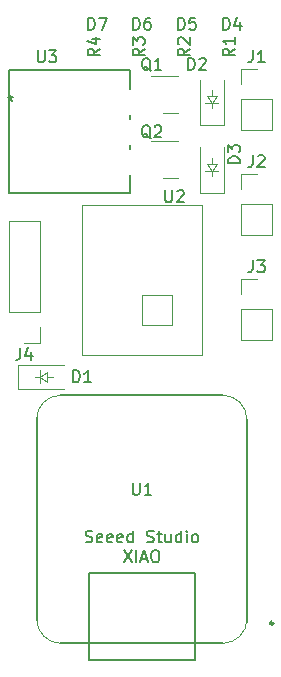
<source format=gbr>
%TF.GenerationSoftware,KiCad,Pcbnew,7.0.9*%
%TF.CreationDate,2025-03-23T18:33:54-04:00*%
%TF.ProjectId,Compact_Control,436f6d70-6163-4745-9f43-6f6e74726f6c,rev?*%
%TF.SameCoordinates,Original*%
%TF.FileFunction,Legend,Top*%
%TF.FilePolarity,Positive*%
%FSLAX46Y46*%
G04 Gerber Fmt 4.6, Leading zero omitted, Abs format (unit mm)*
G04 Created by KiCad (PCBNEW 7.0.9) date 2025-03-23 18:33:54*
%MOMM*%
%LPD*%
G01*
G04 APERTURE LIST*
%ADD10C,0.150000*%
%ADD11C,0.152400*%
%ADD12C,0.127000*%
%ADD13C,0.120000*%
%ADD14C,0.254000*%
%ADD15C,0.025400*%
%ADD16C,0.100000*%
G04 APERTURE END LIST*
D10*
X3683095Y-4534819D02*
X3683095Y-5344342D01*
X3683095Y-5344342D02*
X3730714Y-5439580D01*
X3730714Y-5439580D02*
X3778333Y-5487200D01*
X3778333Y-5487200D02*
X3873571Y-5534819D01*
X3873571Y-5534819D02*
X4064047Y-5534819D01*
X4064047Y-5534819D02*
X4159285Y-5487200D01*
X4159285Y-5487200D02*
X4206904Y-5439580D01*
X4206904Y-5439580D02*
X4254523Y-5344342D01*
X4254523Y-5344342D02*
X4254523Y-4534819D01*
X4635476Y-4534819D02*
X5254523Y-4534819D01*
X5254523Y-4534819D02*
X4921190Y-4915771D01*
X4921190Y-4915771D02*
X5064047Y-4915771D01*
X5064047Y-4915771D02*
X5159285Y-4963390D01*
X5159285Y-4963390D02*
X5206904Y-5011009D01*
X5206904Y-5011009D02*
X5254523Y-5106247D01*
X5254523Y-5106247D02*
X5254523Y-5344342D01*
X5254523Y-5344342D02*
X5206904Y-5439580D01*
X5206904Y-5439580D02*
X5159285Y-5487200D01*
X5159285Y-5487200D02*
X5064047Y-5534819D01*
X5064047Y-5534819D02*
X4778333Y-5534819D01*
X4778333Y-5534819D02*
X4683095Y-5487200D01*
X4683095Y-5487200D02*
X4635476Y-5439580D01*
X1365250Y-8344819D02*
X1365250Y-8582914D01*
X1127155Y-8487676D02*
X1365250Y-8582914D01*
X1365250Y-8582914D02*
X1603345Y-8487676D01*
X1222393Y-8773390D02*
X1365250Y-8582914D01*
X1365250Y-8582914D02*
X1508107Y-8773390D01*
X1365250Y-8344819D02*
X1365250Y-8582914D01*
X1127155Y-8487676D02*
X1365250Y-8582914D01*
X1365250Y-8582914D02*
X1603345Y-8487676D01*
X1222393Y-8773390D02*
X1365250Y-8582914D01*
X1365250Y-8582914D02*
X1508107Y-8773390D01*
X11730833Y-41141779D02*
X11730833Y-41951302D01*
X11730833Y-41951302D02*
X11778452Y-42046540D01*
X11778452Y-42046540D02*
X11826071Y-42094160D01*
X11826071Y-42094160D02*
X11921309Y-42141779D01*
X11921309Y-42141779D02*
X12111785Y-42141779D01*
X12111785Y-42141779D02*
X12207023Y-42094160D01*
X12207023Y-42094160D02*
X12254642Y-42046540D01*
X12254642Y-42046540D02*
X12302261Y-41951302D01*
X12302261Y-41951302D02*
X12302261Y-41141779D01*
X13302261Y-42141779D02*
X12730833Y-42141779D01*
X13016547Y-42141779D02*
X13016547Y-41141779D01*
X13016547Y-41141779D02*
X12921309Y-41284636D01*
X12921309Y-41284636D02*
X12826071Y-41379874D01*
X12826071Y-41379874D02*
X12730833Y-41427493D01*
X7730833Y-46134160D02*
X7873690Y-46181779D01*
X7873690Y-46181779D02*
X8111785Y-46181779D01*
X8111785Y-46181779D02*
X8207023Y-46134160D01*
X8207023Y-46134160D02*
X8254642Y-46086540D01*
X8254642Y-46086540D02*
X8302261Y-45991302D01*
X8302261Y-45991302D02*
X8302261Y-45896064D01*
X8302261Y-45896064D02*
X8254642Y-45800826D01*
X8254642Y-45800826D02*
X8207023Y-45753207D01*
X8207023Y-45753207D02*
X8111785Y-45705588D01*
X8111785Y-45705588D02*
X7921309Y-45657969D01*
X7921309Y-45657969D02*
X7826071Y-45610350D01*
X7826071Y-45610350D02*
X7778452Y-45562731D01*
X7778452Y-45562731D02*
X7730833Y-45467493D01*
X7730833Y-45467493D02*
X7730833Y-45372255D01*
X7730833Y-45372255D02*
X7778452Y-45277017D01*
X7778452Y-45277017D02*
X7826071Y-45229398D01*
X7826071Y-45229398D02*
X7921309Y-45181779D01*
X7921309Y-45181779D02*
X8159404Y-45181779D01*
X8159404Y-45181779D02*
X8302261Y-45229398D01*
X9111785Y-46134160D02*
X9016547Y-46181779D01*
X9016547Y-46181779D02*
X8826071Y-46181779D01*
X8826071Y-46181779D02*
X8730833Y-46134160D01*
X8730833Y-46134160D02*
X8683214Y-46038921D01*
X8683214Y-46038921D02*
X8683214Y-45657969D01*
X8683214Y-45657969D02*
X8730833Y-45562731D01*
X8730833Y-45562731D02*
X8826071Y-45515112D01*
X8826071Y-45515112D02*
X9016547Y-45515112D01*
X9016547Y-45515112D02*
X9111785Y-45562731D01*
X9111785Y-45562731D02*
X9159404Y-45657969D01*
X9159404Y-45657969D02*
X9159404Y-45753207D01*
X9159404Y-45753207D02*
X8683214Y-45848445D01*
X9968928Y-46134160D02*
X9873690Y-46181779D01*
X9873690Y-46181779D02*
X9683214Y-46181779D01*
X9683214Y-46181779D02*
X9587976Y-46134160D01*
X9587976Y-46134160D02*
X9540357Y-46038921D01*
X9540357Y-46038921D02*
X9540357Y-45657969D01*
X9540357Y-45657969D02*
X9587976Y-45562731D01*
X9587976Y-45562731D02*
X9683214Y-45515112D01*
X9683214Y-45515112D02*
X9873690Y-45515112D01*
X9873690Y-45515112D02*
X9968928Y-45562731D01*
X9968928Y-45562731D02*
X10016547Y-45657969D01*
X10016547Y-45657969D02*
X10016547Y-45753207D01*
X10016547Y-45753207D02*
X9540357Y-45848445D01*
X10826071Y-46134160D02*
X10730833Y-46181779D01*
X10730833Y-46181779D02*
X10540357Y-46181779D01*
X10540357Y-46181779D02*
X10445119Y-46134160D01*
X10445119Y-46134160D02*
X10397500Y-46038921D01*
X10397500Y-46038921D02*
X10397500Y-45657969D01*
X10397500Y-45657969D02*
X10445119Y-45562731D01*
X10445119Y-45562731D02*
X10540357Y-45515112D01*
X10540357Y-45515112D02*
X10730833Y-45515112D01*
X10730833Y-45515112D02*
X10826071Y-45562731D01*
X10826071Y-45562731D02*
X10873690Y-45657969D01*
X10873690Y-45657969D02*
X10873690Y-45753207D01*
X10873690Y-45753207D02*
X10397500Y-45848445D01*
X11730833Y-46181779D02*
X11730833Y-45181779D01*
X11730833Y-46134160D02*
X11635595Y-46181779D01*
X11635595Y-46181779D02*
X11445119Y-46181779D01*
X11445119Y-46181779D02*
X11349881Y-46134160D01*
X11349881Y-46134160D02*
X11302262Y-46086540D01*
X11302262Y-46086540D02*
X11254643Y-45991302D01*
X11254643Y-45991302D02*
X11254643Y-45705588D01*
X11254643Y-45705588D02*
X11302262Y-45610350D01*
X11302262Y-45610350D02*
X11349881Y-45562731D01*
X11349881Y-45562731D02*
X11445119Y-45515112D01*
X11445119Y-45515112D02*
X11635595Y-45515112D01*
X11635595Y-45515112D02*
X11730833Y-45562731D01*
X12921310Y-46134160D02*
X13064167Y-46181779D01*
X13064167Y-46181779D02*
X13302262Y-46181779D01*
X13302262Y-46181779D02*
X13397500Y-46134160D01*
X13397500Y-46134160D02*
X13445119Y-46086540D01*
X13445119Y-46086540D02*
X13492738Y-45991302D01*
X13492738Y-45991302D02*
X13492738Y-45896064D01*
X13492738Y-45896064D02*
X13445119Y-45800826D01*
X13445119Y-45800826D02*
X13397500Y-45753207D01*
X13397500Y-45753207D02*
X13302262Y-45705588D01*
X13302262Y-45705588D02*
X13111786Y-45657969D01*
X13111786Y-45657969D02*
X13016548Y-45610350D01*
X13016548Y-45610350D02*
X12968929Y-45562731D01*
X12968929Y-45562731D02*
X12921310Y-45467493D01*
X12921310Y-45467493D02*
X12921310Y-45372255D01*
X12921310Y-45372255D02*
X12968929Y-45277017D01*
X12968929Y-45277017D02*
X13016548Y-45229398D01*
X13016548Y-45229398D02*
X13111786Y-45181779D01*
X13111786Y-45181779D02*
X13349881Y-45181779D01*
X13349881Y-45181779D02*
X13492738Y-45229398D01*
X13778453Y-45515112D02*
X14159405Y-45515112D01*
X13921310Y-45181779D02*
X13921310Y-46038921D01*
X13921310Y-46038921D02*
X13968929Y-46134160D01*
X13968929Y-46134160D02*
X14064167Y-46181779D01*
X14064167Y-46181779D02*
X14159405Y-46181779D01*
X14921310Y-45515112D02*
X14921310Y-46181779D01*
X14492739Y-45515112D02*
X14492739Y-46038921D01*
X14492739Y-46038921D02*
X14540358Y-46134160D01*
X14540358Y-46134160D02*
X14635596Y-46181779D01*
X14635596Y-46181779D02*
X14778453Y-46181779D01*
X14778453Y-46181779D02*
X14873691Y-46134160D01*
X14873691Y-46134160D02*
X14921310Y-46086540D01*
X15826072Y-46181779D02*
X15826072Y-45181779D01*
X15826072Y-46134160D02*
X15730834Y-46181779D01*
X15730834Y-46181779D02*
X15540358Y-46181779D01*
X15540358Y-46181779D02*
X15445120Y-46134160D01*
X15445120Y-46134160D02*
X15397501Y-46086540D01*
X15397501Y-46086540D02*
X15349882Y-45991302D01*
X15349882Y-45991302D02*
X15349882Y-45705588D01*
X15349882Y-45705588D02*
X15397501Y-45610350D01*
X15397501Y-45610350D02*
X15445120Y-45562731D01*
X15445120Y-45562731D02*
X15540358Y-45515112D01*
X15540358Y-45515112D02*
X15730834Y-45515112D01*
X15730834Y-45515112D02*
X15826072Y-45562731D01*
X16302263Y-46181779D02*
X16302263Y-45515112D01*
X16302263Y-45181779D02*
X16254644Y-45229398D01*
X16254644Y-45229398D02*
X16302263Y-45277017D01*
X16302263Y-45277017D02*
X16349882Y-45229398D01*
X16349882Y-45229398D02*
X16302263Y-45181779D01*
X16302263Y-45181779D02*
X16302263Y-45277017D01*
X16921310Y-46181779D02*
X16826072Y-46134160D01*
X16826072Y-46134160D02*
X16778453Y-46086540D01*
X16778453Y-46086540D02*
X16730834Y-45991302D01*
X16730834Y-45991302D02*
X16730834Y-45705588D01*
X16730834Y-45705588D02*
X16778453Y-45610350D01*
X16778453Y-45610350D02*
X16826072Y-45562731D01*
X16826072Y-45562731D02*
X16921310Y-45515112D01*
X16921310Y-45515112D02*
X17064167Y-45515112D01*
X17064167Y-45515112D02*
X17159405Y-45562731D01*
X17159405Y-45562731D02*
X17207024Y-45610350D01*
X17207024Y-45610350D02*
X17254643Y-45705588D01*
X17254643Y-45705588D02*
X17254643Y-45991302D01*
X17254643Y-45991302D02*
X17207024Y-46086540D01*
X17207024Y-46086540D02*
X17159405Y-46134160D01*
X17159405Y-46134160D02*
X17064167Y-46181779D01*
X17064167Y-46181779D02*
X16921310Y-46181779D01*
X10963929Y-46856779D02*
X11630595Y-47856779D01*
X11630595Y-46856779D02*
X10963929Y-47856779D01*
X12011548Y-47856779D02*
X12011548Y-46856779D01*
X12440119Y-47571064D02*
X12916309Y-47571064D01*
X12344881Y-47856779D02*
X12678214Y-46856779D01*
X12678214Y-46856779D02*
X13011547Y-47856779D01*
X13535357Y-46856779D02*
X13725833Y-46856779D01*
X13725833Y-46856779D02*
X13821071Y-46904398D01*
X13821071Y-46904398D02*
X13916309Y-46999636D01*
X13916309Y-46999636D02*
X13963928Y-47190112D01*
X13963928Y-47190112D02*
X13963928Y-47523445D01*
X13963928Y-47523445D02*
X13916309Y-47713921D01*
X13916309Y-47713921D02*
X13821071Y-47809160D01*
X13821071Y-47809160D02*
X13725833Y-47856779D01*
X13725833Y-47856779D02*
X13535357Y-47856779D01*
X13535357Y-47856779D02*
X13440119Y-47809160D01*
X13440119Y-47809160D02*
X13344881Y-47713921D01*
X13344881Y-47713921D02*
X13297262Y-47523445D01*
X13297262Y-47523445D02*
X13297262Y-47190112D01*
X13297262Y-47190112D02*
X13344881Y-46999636D01*
X13344881Y-46999636D02*
X13440119Y-46904398D01*
X13440119Y-46904398D02*
X13535357Y-46856779D01*
X11749643Y-2771779D02*
X11749643Y-1771779D01*
X11749643Y-1771779D02*
X11987738Y-1771779D01*
X11987738Y-1771779D02*
X12130595Y-1819398D01*
X12130595Y-1819398D02*
X12225833Y-1914636D01*
X12225833Y-1914636D02*
X12273452Y-2009874D01*
X12273452Y-2009874D02*
X12321071Y-2200350D01*
X12321071Y-2200350D02*
X12321071Y-2343207D01*
X12321071Y-2343207D02*
X12273452Y-2533683D01*
X12273452Y-2533683D02*
X12225833Y-2628921D01*
X12225833Y-2628921D02*
X12130595Y-2724160D01*
X12130595Y-2724160D02*
X11987738Y-2771779D01*
X11987738Y-2771779D02*
X11749643Y-2771779D01*
X13178214Y-1771779D02*
X12987738Y-1771779D01*
X12987738Y-1771779D02*
X12892500Y-1819398D01*
X12892500Y-1819398D02*
X12844881Y-1867017D01*
X12844881Y-1867017D02*
X12749643Y-2009874D01*
X12749643Y-2009874D02*
X12702024Y-2200350D01*
X12702024Y-2200350D02*
X12702024Y-2581302D01*
X12702024Y-2581302D02*
X12749643Y-2676540D01*
X12749643Y-2676540D02*
X12797262Y-2724160D01*
X12797262Y-2724160D02*
X12892500Y-2771779D01*
X12892500Y-2771779D02*
X13082976Y-2771779D01*
X13082976Y-2771779D02*
X13178214Y-2724160D01*
X13178214Y-2724160D02*
X13225833Y-2676540D01*
X13225833Y-2676540D02*
X13273452Y-2581302D01*
X13273452Y-2581302D02*
X13273452Y-2343207D01*
X13273452Y-2343207D02*
X13225833Y-2247969D01*
X13225833Y-2247969D02*
X13178214Y-2200350D01*
X13178214Y-2200350D02*
X13082976Y-2152731D01*
X13082976Y-2152731D02*
X12892500Y-2152731D01*
X12892500Y-2152731D02*
X12797262Y-2200350D01*
X12797262Y-2200350D02*
X12749643Y-2247969D01*
X12749643Y-2247969D02*
X12702024Y-2343207D01*
X19369643Y-2771779D02*
X19369643Y-1771779D01*
X19369643Y-1771779D02*
X19607738Y-1771779D01*
X19607738Y-1771779D02*
X19750595Y-1819398D01*
X19750595Y-1819398D02*
X19845833Y-1914636D01*
X19845833Y-1914636D02*
X19893452Y-2009874D01*
X19893452Y-2009874D02*
X19941071Y-2200350D01*
X19941071Y-2200350D02*
X19941071Y-2343207D01*
X19941071Y-2343207D02*
X19893452Y-2533683D01*
X19893452Y-2533683D02*
X19845833Y-2628921D01*
X19845833Y-2628921D02*
X19750595Y-2724160D01*
X19750595Y-2724160D02*
X19607738Y-2771779D01*
X19607738Y-2771779D02*
X19369643Y-2771779D01*
X20798214Y-2105112D02*
X20798214Y-2771779D01*
X20560119Y-1724160D02*
X20322024Y-2438445D01*
X20322024Y-2438445D02*
X20941071Y-2438445D01*
X13239761Y-11980057D02*
X13144523Y-11932438D01*
X13144523Y-11932438D02*
X13049285Y-11837200D01*
X13049285Y-11837200D02*
X12906428Y-11694342D01*
X12906428Y-11694342D02*
X12811190Y-11646723D01*
X12811190Y-11646723D02*
X12715952Y-11646723D01*
X12763571Y-11884819D02*
X12668333Y-11837200D01*
X12668333Y-11837200D02*
X12573095Y-11741961D01*
X12573095Y-11741961D02*
X12525476Y-11551485D01*
X12525476Y-11551485D02*
X12525476Y-11218152D01*
X12525476Y-11218152D02*
X12573095Y-11027676D01*
X12573095Y-11027676D02*
X12668333Y-10932438D01*
X12668333Y-10932438D02*
X12763571Y-10884819D01*
X12763571Y-10884819D02*
X12954047Y-10884819D01*
X12954047Y-10884819D02*
X13049285Y-10932438D01*
X13049285Y-10932438D02*
X13144523Y-11027676D01*
X13144523Y-11027676D02*
X13192142Y-11218152D01*
X13192142Y-11218152D02*
X13192142Y-11551485D01*
X13192142Y-11551485D02*
X13144523Y-11741961D01*
X13144523Y-11741961D02*
X13049285Y-11837200D01*
X13049285Y-11837200D02*
X12954047Y-11884819D01*
X12954047Y-11884819D02*
X12763571Y-11884819D01*
X13573095Y-10980057D02*
X13620714Y-10932438D01*
X13620714Y-10932438D02*
X13715952Y-10884819D01*
X13715952Y-10884819D02*
X13954047Y-10884819D01*
X13954047Y-10884819D02*
X14049285Y-10932438D01*
X14049285Y-10932438D02*
X14096904Y-10980057D01*
X14096904Y-10980057D02*
X14144523Y-11075295D01*
X14144523Y-11075295D02*
X14144523Y-11170533D01*
X14144523Y-11170533D02*
X14096904Y-11313390D01*
X14096904Y-11313390D02*
X13525476Y-11884819D01*
X13525476Y-11884819D02*
X14144523Y-11884819D01*
X2206666Y-29724819D02*
X2206666Y-30439104D01*
X2206666Y-30439104D02*
X2159047Y-30581961D01*
X2159047Y-30581961D02*
X2063809Y-30677200D01*
X2063809Y-30677200D02*
X1920952Y-30724819D01*
X1920952Y-30724819D02*
X1825714Y-30724819D01*
X3111428Y-30058152D02*
X3111428Y-30724819D01*
X2873333Y-29677200D02*
X2635238Y-30391485D01*
X2635238Y-30391485D02*
X3254285Y-30391485D01*
X21891666Y-22301779D02*
X21891666Y-23016064D01*
X21891666Y-23016064D02*
X21844047Y-23158921D01*
X21844047Y-23158921D02*
X21748809Y-23254160D01*
X21748809Y-23254160D02*
X21605952Y-23301779D01*
X21605952Y-23301779D02*
X21510714Y-23301779D01*
X22272619Y-22301779D02*
X22891666Y-22301779D01*
X22891666Y-22301779D02*
X22558333Y-22682731D01*
X22558333Y-22682731D02*
X22701190Y-22682731D01*
X22701190Y-22682731D02*
X22796428Y-22730350D01*
X22796428Y-22730350D02*
X22844047Y-22777969D01*
X22844047Y-22777969D02*
X22891666Y-22873207D01*
X22891666Y-22873207D02*
X22891666Y-23111302D01*
X22891666Y-23111302D02*
X22844047Y-23206540D01*
X22844047Y-23206540D02*
X22796428Y-23254160D01*
X22796428Y-23254160D02*
X22701190Y-23301779D01*
X22701190Y-23301779D02*
X22415476Y-23301779D01*
X22415476Y-23301779D02*
X22320238Y-23254160D01*
X22320238Y-23254160D02*
X22272619Y-23206540D01*
X21891666Y-4521779D02*
X21891666Y-5236064D01*
X21891666Y-5236064D02*
X21844047Y-5378921D01*
X21844047Y-5378921D02*
X21748809Y-5474160D01*
X21748809Y-5474160D02*
X21605952Y-5521779D01*
X21605952Y-5521779D02*
X21510714Y-5521779D01*
X22891666Y-5521779D02*
X22320238Y-5521779D01*
X22605952Y-5521779D02*
X22605952Y-4521779D01*
X22605952Y-4521779D02*
X22510714Y-4664636D01*
X22510714Y-4664636D02*
X22415476Y-4759874D01*
X22415476Y-4759874D02*
X22320238Y-4807493D01*
X8912557Y-4388626D02*
X8436366Y-4721959D01*
X8912557Y-4960054D02*
X7912557Y-4960054D01*
X7912557Y-4960054D02*
X7912557Y-4579102D01*
X7912557Y-4579102D02*
X7960176Y-4483864D01*
X7960176Y-4483864D02*
X8007795Y-4436245D01*
X8007795Y-4436245D02*
X8103033Y-4388626D01*
X8103033Y-4388626D02*
X8245890Y-4388626D01*
X8245890Y-4388626D02*
X8341128Y-4436245D01*
X8341128Y-4436245D02*
X8388747Y-4483864D01*
X8388747Y-4483864D02*
X8436366Y-4579102D01*
X8436366Y-4579102D02*
X8436366Y-4960054D01*
X8245890Y-3531483D02*
X8912557Y-3531483D01*
X7864938Y-3769578D02*
X8579223Y-4007673D01*
X8579223Y-4007673D02*
X8579223Y-3388626D01*
X13239761Y-6265057D02*
X13144523Y-6217438D01*
X13144523Y-6217438D02*
X13049285Y-6122200D01*
X13049285Y-6122200D02*
X12906428Y-5979342D01*
X12906428Y-5979342D02*
X12811190Y-5931723D01*
X12811190Y-5931723D02*
X12715952Y-5931723D01*
X12763571Y-6169819D02*
X12668333Y-6122200D01*
X12668333Y-6122200D02*
X12573095Y-6026961D01*
X12573095Y-6026961D02*
X12525476Y-5836485D01*
X12525476Y-5836485D02*
X12525476Y-5503152D01*
X12525476Y-5503152D02*
X12573095Y-5312676D01*
X12573095Y-5312676D02*
X12668333Y-5217438D01*
X12668333Y-5217438D02*
X12763571Y-5169819D01*
X12763571Y-5169819D02*
X12954047Y-5169819D01*
X12954047Y-5169819D02*
X13049285Y-5217438D01*
X13049285Y-5217438D02*
X13144523Y-5312676D01*
X13144523Y-5312676D02*
X13192142Y-5503152D01*
X13192142Y-5503152D02*
X13192142Y-5836485D01*
X13192142Y-5836485D02*
X13144523Y-6026961D01*
X13144523Y-6026961D02*
X13049285Y-6122200D01*
X13049285Y-6122200D02*
X12954047Y-6169819D01*
X12954047Y-6169819D02*
X12763571Y-6169819D01*
X14144523Y-6169819D02*
X13573095Y-6169819D01*
X13858809Y-6169819D02*
X13858809Y-5169819D01*
X13858809Y-5169819D02*
X13763571Y-5312676D01*
X13763571Y-5312676D02*
X13668333Y-5407914D01*
X13668333Y-5407914D02*
X13573095Y-5455533D01*
X14478095Y-16376779D02*
X14478095Y-17186302D01*
X14478095Y-17186302D02*
X14525714Y-17281540D01*
X14525714Y-17281540D02*
X14573333Y-17329160D01*
X14573333Y-17329160D02*
X14668571Y-17376779D01*
X14668571Y-17376779D02*
X14859047Y-17376779D01*
X14859047Y-17376779D02*
X14954285Y-17329160D01*
X14954285Y-17329160D02*
X15001904Y-17281540D01*
X15001904Y-17281540D02*
X15049523Y-17186302D01*
X15049523Y-17186302D02*
X15049523Y-16376779D01*
X15478095Y-16472017D02*
X15525714Y-16424398D01*
X15525714Y-16424398D02*
X15620952Y-16376779D01*
X15620952Y-16376779D02*
X15859047Y-16376779D01*
X15859047Y-16376779D02*
X15954285Y-16424398D01*
X15954285Y-16424398D02*
X16001904Y-16472017D01*
X16001904Y-16472017D02*
X16049523Y-16567255D01*
X16049523Y-16567255D02*
X16049523Y-16662493D01*
X16049523Y-16662493D02*
X16001904Y-16805350D01*
X16001904Y-16805350D02*
X15430476Y-17376779D01*
X15430476Y-17376779D02*
X16049523Y-17376779D01*
X20342557Y-4388626D02*
X19866366Y-4721959D01*
X20342557Y-4960054D02*
X19342557Y-4960054D01*
X19342557Y-4960054D02*
X19342557Y-4579102D01*
X19342557Y-4579102D02*
X19390176Y-4483864D01*
X19390176Y-4483864D02*
X19437795Y-4436245D01*
X19437795Y-4436245D02*
X19533033Y-4388626D01*
X19533033Y-4388626D02*
X19675890Y-4388626D01*
X19675890Y-4388626D02*
X19771128Y-4436245D01*
X19771128Y-4436245D02*
X19818747Y-4483864D01*
X19818747Y-4483864D02*
X19866366Y-4579102D01*
X19866366Y-4579102D02*
X19866366Y-4960054D01*
X20342557Y-3436245D02*
X20342557Y-4007673D01*
X20342557Y-3721959D02*
X19342557Y-3721959D01*
X19342557Y-3721959D02*
X19485414Y-3817197D01*
X19485414Y-3817197D02*
X19580652Y-3912435D01*
X19580652Y-3912435D02*
X19628271Y-4007673D01*
X6669643Y-32616779D02*
X6669643Y-31616779D01*
X6669643Y-31616779D02*
X6907738Y-31616779D01*
X6907738Y-31616779D02*
X7050595Y-31664398D01*
X7050595Y-31664398D02*
X7145833Y-31759636D01*
X7145833Y-31759636D02*
X7193452Y-31854874D01*
X7193452Y-31854874D02*
X7241071Y-32045350D01*
X7241071Y-32045350D02*
X7241071Y-32188207D01*
X7241071Y-32188207D02*
X7193452Y-32378683D01*
X7193452Y-32378683D02*
X7145833Y-32473921D01*
X7145833Y-32473921D02*
X7050595Y-32569160D01*
X7050595Y-32569160D02*
X6907738Y-32616779D01*
X6907738Y-32616779D02*
X6669643Y-32616779D01*
X8193452Y-32616779D02*
X7622024Y-32616779D01*
X7907738Y-32616779D02*
X7907738Y-31616779D01*
X7907738Y-31616779D02*
X7812500Y-31759636D01*
X7812500Y-31759636D02*
X7717262Y-31854874D01*
X7717262Y-31854874D02*
X7622024Y-31902493D01*
X12722557Y-4388626D02*
X12246366Y-4721959D01*
X12722557Y-4960054D02*
X11722557Y-4960054D01*
X11722557Y-4960054D02*
X11722557Y-4579102D01*
X11722557Y-4579102D02*
X11770176Y-4483864D01*
X11770176Y-4483864D02*
X11817795Y-4436245D01*
X11817795Y-4436245D02*
X11913033Y-4388626D01*
X11913033Y-4388626D02*
X12055890Y-4388626D01*
X12055890Y-4388626D02*
X12151128Y-4436245D01*
X12151128Y-4436245D02*
X12198747Y-4483864D01*
X12198747Y-4483864D02*
X12246366Y-4579102D01*
X12246366Y-4579102D02*
X12246366Y-4960054D01*
X11722557Y-4055292D02*
X11722557Y-3436245D01*
X11722557Y-3436245D02*
X12103509Y-3769578D01*
X12103509Y-3769578D02*
X12103509Y-3626721D01*
X12103509Y-3626721D02*
X12151128Y-3531483D01*
X12151128Y-3531483D02*
X12198747Y-3483864D01*
X12198747Y-3483864D02*
X12293985Y-3436245D01*
X12293985Y-3436245D02*
X12532080Y-3436245D01*
X12532080Y-3436245D02*
X12627318Y-3483864D01*
X12627318Y-3483864D02*
X12674938Y-3531483D01*
X12674938Y-3531483D02*
X12722557Y-3626721D01*
X12722557Y-3626721D02*
X12722557Y-3912435D01*
X12722557Y-3912435D02*
X12674938Y-4007673D01*
X12674938Y-4007673D02*
X12627318Y-4055292D01*
X16406905Y-6169819D02*
X16406905Y-5169819D01*
X16406905Y-5169819D02*
X16645000Y-5169819D01*
X16645000Y-5169819D02*
X16787857Y-5217438D01*
X16787857Y-5217438D02*
X16883095Y-5312676D01*
X16883095Y-5312676D02*
X16930714Y-5407914D01*
X16930714Y-5407914D02*
X16978333Y-5598390D01*
X16978333Y-5598390D02*
X16978333Y-5741247D01*
X16978333Y-5741247D02*
X16930714Y-5931723D01*
X16930714Y-5931723D02*
X16883095Y-6026961D01*
X16883095Y-6026961D02*
X16787857Y-6122200D01*
X16787857Y-6122200D02*
X16645000Y-6169819D01*
X16645000Y-6169819D02*
X16406905Y-6169819D01*
X17359286Y-5265057D02*
X17406905Y-5217438D01*
X17406905Y-5217438D02*
X17502143Y-5169819D01*
X17502143Y-5169819D02*
X17740238Y-5169819D01*
X17740238Y-5169819D02*
X17835476Y-5217438D01*
X17835476Y-5217438D02*
X17883095Y-5265057D01*
X17883095Y-5265057D02*
X17930714Y-5360295D01*
X17930714Y-5360295D02*
X17930714Y-5455533D01*
X17930714Y-5455533D02*
X17883095Y-5598390D01*
X17883095Y-5598390D02*
X17311667Y-6169819D01*
X17311667Y-6169819D02*
X17930714Y-6169819D01*
X20774819Y-14073094D02*
X19774819Y-14073094D01*
X19774819Y-14073094D02*
X19774819Y-13834999D01*
X19774819Y-13834999D02*
X19822438Y-13692142D01*
X19822438Y-13692142D02*
X19917676Y-13596904D01*
X19917676Y-13596904D02*
X20012914Y-13549285D01*
X20012914Y-13549285D02*
X20203390Y-13501666D01*
X20203390Y-13501666D02*
X20346247Y-13501666D01*
X20346247Y-13501666D02*
X20536723Y-13549285D01*
X20536723Y-13549285D02*
X20631961Y-13596904D01*
X20631961Y-13596904D02*
X20727200Y-13692142D01*
X20727200Y-13692142D02*
X20774819Y-13834999D01*
X20774819Y-13834999D02*
X20774819Y-14073094D01*
X19774819Y-13168332D02*
X19774819Y-12549285D01*
X19774819Y-12549285D02*
X20155771Y-12882618D01*
X20155771Y-12882618D02*
X20155771Y-12739761D01*
X20155771Y-12739761D02*
X20203390Y-12644523D01*
X20203390Y-12644523D02*
X20251009Y-12596904D01*
X20251009Y-12596904D02*
X20346247Y-12549285D01*
X20346247Y-12549285D02*
X20584342Y-12549285D01*
X20584342Y-12549285D02*
X20679580Y-12596904D01*
X20679580Y-12596904D02*
X20727200Y-12644523D01*
X20727200Y-12644523D02*
X20774819Y-12739761D01*
X20774819Y-12739761D02*
X20774819Y-13025475D01*
X20774819Y-13025475D02*
X20727200Y-13120713D01*
X20727200Y-13120713D02*
X20679580Y-13168332D01*
X16532557Y-4388626D02*
X16056366Y-4721959D01*
X16532557Y-4960054D02*
X15532557Y-4960054D01*
X15532557Y-4960054D02*
X15532557Y-4579102D01*
X15532557Y-4579102D02*
X15580176Y-4483864D01*
X15580176Y-4483864D02*
X15627795Y-4436245D01*
X15627795Y-4436245D02*
X15723033Y-4388626D01*
X15723033Y-4388626D02*
X15865890Y-4388626D01*
X15865890Y-4388626D02*
X15961128Y-4436245D01*
X15961128Y-4436245D02*
X16008747Y-4483864D01*
X16008747Y-4483864D02*
X16056366Y-4579102D01*
X16056366Y-4579102D02*
X16056366Y-4960054D01*
X15627795Y-4007673D02*
X15580176Y-3960054D01*
X15580176Y-3960054D02*
X15532557Y-3864816D01*
X15532557Y-3864816D02*
X15532557Y-3626721D01*
X15532557Y-3626721D02*
X15580176Y-3531483D01*
X15580176Y-3531483D02*
X15627795Y-3483864D01*
X15627795Y-3483864D02*
X15723033Y-3436245D01*
X15723033Y-3436245D02*
X15818271Y-3436245D01*
X15818271Y-3436245D02*
X15961128Y-3483864D01*
X15961128Y-3483864D02*
X16532557Y-4055292D01*
X16532557Y-4055292D02*
X16532557Y-3436245D01*
X15559643Y-2771779D02*
X15559643Y-1771779D01*
X15559643Y-1771779D02*
X15797738Y-1771779D01*
X15797738Y-1771779D02*
X15940595Y-1819398D01*
X15940595Y-1819398D02*
X16035833Y-1914636D01*
X16035833Y-1914636D02*
X16083452Y-2009874D01*
X16083452Y-2009874D02*
X16131071Y-2200350D01*
X16131071Y-2200350D02*
X16131071Y-2343207D01*
X16131071Y-2343207D02*
X16083452Y-2533683D01*
X16083452Y-2533683D02*
X16035833Y-2628921D01*
X16035833Y-2628921D02*
X15940595Y-2724160D01*
X15940595Y-2724160D02*
X15797738Y-2771779D01*
X15797738Y-2771779D02*
X15559643Y-2771779D01*
X17035833Y-1771779D02*
X16559643Y-1771779D01*
X16559643Y-1771779D02*
X16512024Y-2247969D01*
X16512024Y-2247969D02*
X16559643Y-2200350D01*
X16559643Y-2200350D02*
X16654881Y-2152731D01*
X16654881Y-2152731D02*
X16892976Y-2152731D01*
X16892976Y-2152731D02*
X16988214Y-2200350D01*
X16988214Y-2200350D02*
X17035833Y-2247969D01*
X17035833Y-2247969D02*
X17083452Y-2343207D01*
X17083452Y-2343207D02*
X17083452Y-2581302D01*
X17083452Y-2581302D02*
X17035833Y-2676540D01*
X17035833Y-2676540D02*
X16988214Y-2724160D01*
X16988214Y-2724160D02*
X16892976Y-2771779D01*
X16892976Y-2771779D02*
X16654881Y-2771779D01*
X16654881Y-2771779D02*
X16559643Y-2724160D01*
X16559643Y-2724160D02*
X16512024Y-2676540D01*
X21891666Y-13411779D02*
X21891666Y-14126064D01*
X21891666Y-14126064D02*
X21844047Y-14268921D01*
X21844047Y-14268921D02*
X21748809Y-14364160D01*
X21748809Y-14364160D02*
X21605952Y-14411779D01*
X21605952Y-14411779D02*
X21510714Y-14411779D01*
X22320238Y-13507017D02*
X22367857Y-13459398D01*
X22367857Y-13459398D02*
X22463095Y-13411779D01*
X22463095Y-13411779D02*
X22701190Y-13411779D01*
X22701190Y-13411779D02*
X22796428Y-13459398D01*
X22796428Y-13459398D02*
X22844047Y-13507017D01*
X22844047Y-13507017D02*
X22891666Y-13602255D01*
X22891666Y-13602255D02*
X22891666Y-13697493D01*
X22891666Y-13697493D02*
X22844047Y-13840350D01*
X22844047Y-13840350D02*
X22272619Y-14411779D01*
X22272619Y-14411779D02*
X22891666Y-14411779D01*
X7939643Y-2771779D02*
X7939643Y-1771779D01*
X7939643Y-1771779D02*
X8177738Y-1771779D01*
X8177738Y-1771779D02*
X8320595Y-1819398D01*
X8320595Y-1819398D02*
X8415833Y-1914636D01*
X8415833Y-1914636D02*
X8463452Y-2009874D01*
X8463452Y-2009874D02*
X8511071Y-2200350D01*
X8511071Y-2200350D02*
X8511071Y-2343207D01*
X8511071Y-2343207D02*
X8463452Y-2533683D01*
X8463452Y-2533683D02*
X8415833Y-2628921D01*
X8415833Y-2628921D02*
X8320595Y-2724160D01*
X8320595Y-2724160D02*
X8177738Y-2771779D01*
X8177738Y-2771779D02*
X7939643Y-2771779D01*
X8844405Y-1771779D02*
X9511071Y-1771779D01*
X9511071Y-1771779D02*
X9082500Y-2771779D01*
D11*
%TO.C,U3*%
X1238250Y-6223000D02*
X1238250Y-16637000D01*
X1238250Y-16637000D02*
X11525250Y-16637000D01*
X11525250Y-6223000D02*
X1238250Y-6223000D01*
X11525250Y-7764301D02*
X11525250Y-6223000D01*
X11525250Y-10304301D02*
X11525250Y-10015699D01*
X11525250Y-12844301D02*
X11525250Y-12555699D01*
X11525250Y-16637000D02*
X11525250Y-15095699D01*
D12*
%TO.C,U1*%
X21392738Y-52726960D02*
X21392738Y-35726960D01*
X19392738Y-33726960D02*
X5592738Y-33726960D01*
X16992738Y-56150990D02*
X7992738Y-56150990D01*
X16992738Y-48797690D02*
X16992738Y-56150990D01*
X7992738Y-56150990D02*
X7992738Y-48797690D01*
X7992738Y-48797690D02*
X16992738Y-48797690D01*
X5592738Y-54726050D02*
X19392738Y-54726050D01*
X3592738Y-35726960D02*
X3592738Y-52726960D01*
D13*
X19392738Y-54726959D02*
G75*
G03*
X21392737Y-52726960I-44612J2044611D01*
G01*
X21392737Y-35726960D02*
G75*
G03*
X19392738Y-33726961I-2044856J-44857D01*
G01*
X3592739Y-52726960D02*
G75*
G03*
X5592738Y-54726959I2044609J44610D01*
G01*
X5592738Y-33726960D02*
G75*
G03*
X3592738Y-35726960I0J-2000000D01*
G01*
D14*
X23619738Y-53026960D02*
G75*
G03*
X23619738Y-53026960I-127000J0D01*
G01*
D15*
X21377405Y-52837433D02*
X21373341Y-52886454D01*
X21380453Y-52788665D01*
X21377405Y-52837433D01*
X3603246Y-35705386D02*
X3605025Y-35656110D01*
X3608073Y-35607342D01*
X3612137Y-35558321D01*
X3617470Y-35509553D01*
X3624074Y-35460785D01*
X3631694Y-35412270D01*
X3640585Y-35364010D01*
X3650490Y-35316005D01*
X3603246Y-35705386D01*
D16*
%TO.C,D6*%
X9800238Y-1681960D02*
G75*
G03*
X9800238Y-1681960I-50000J0D01*
G01*
%TO.C,D4*%
X17420238Y-1681960D02*
G75*
G03*
X17420238Y-1681960I-50000J0D01*
G01*
D13*
%TO.C,Q2*%
X14937500Y-12186960D02*
X13262500Y-12186960D01*
X14937500Y-12186960D02*
X15587500Y-12186960D01*
X14937500Y-15306960D02*
X14287500Y-15306960D01*
X14937500Y-15306960D02*
X15587500Y-15306960D01*
%TO.C,J4*%
X3870000Y-29270000D02*
X2540000Y-29270000D01*
X3870000Y-27940000D02*
X3870000Y-29270000D01*
X3870000Y-26670000D02*
X3870000Y-18990000D01*
X3870000Y-26670000D02*
X1210000Y-26670000D01*
X3870000Y-18990000D02*
X1210000Y-18990000D01*
X1210000Y-26670000D02*
X1210000Y-18990000D01*
%TO.C,J3*%
X20895000Y-23846960D02*
X22225000Y-23846960D01*
X20895000Y-25176960D02*
X20895000Y-23846960D01*
X20895000Y-26446960D02*
X20895000Y-29046960D01*
X20895000Y-26446960D02*
X23555000Y-26446960D01*
X20895000Y-29046960D02*
X23555000Y-29046960D01*
X23555000Y-26446960D02*
X23555000Y-29046960D01*
%TO.C,J1*%
X20895000Y-6066960D02*
X22225000Y-6066960D01*
X20895000Y-7396960D02*
X20895000Y-6066960D01*
X20895000Y-8666960D02*
X20895000Y-11266960D01*
X20895000Y-8666960D02*
X23555000Y-8666960D01*
X20895000Y-11266960D02*
X23555000Y-11266960D01*
X23555000Y-8666960D02*
X23555000Y-11266960D01*
%TO.C,Q1*%
X14937500Y-9815000D02*
X15587500Y-9815000D01*
X14937500Y-9815000D02*
X14287500Y-9815000D01*
X14937500Y-6695000D02*
X15587500Y-6695000D01*
X14937500Y-6695000D02*
X13262500Y-6695000D01*
D16*
%TO.C,U2*%
X12487738Y-25276960D02*
X15027738Y-25276960D01*
X15027738Y-25276960D02*
X15027738Y-27816960D01*
X15027738Y-27816960D02*
X12487738Y-27816960D01*
X12487738Y-27816960D02*
X12487738Y-25276960D01*
X17567738Y-30356960D02*
X7407738Y-30356960D01*
X7407738Y-30356960D02*
X7407738Y-17656960D01*
X7407738Y-17656960D02*
X17567738Y-17656960D01*
X17567738Y-17656960D02*
X17567738Y-30356960D01*
D13*
%TO.C,D1*%
X2022738Y-31161960D02*
X2022738Y-33161960D01*
X2022738Y-31161960D02*
X5882738Y-31161960D01*
X2022738Y-33161960D02*
X5882738Y-33161960D01*
D16*
X3482738Y-32161960D02*
X3882738Y-32161960D01*
X3882738Y-32161960D02*
X3882738Y-31611960D01*
X3882738Y-32161960D02*
X3882738Y-32711960D01*
X3882738Y-32161960D02*
X4482738Y-31761960D01*
X4482738Y-31761960D02*
X4482738Y-32561960D01*
X4482738Y-32161960D02*
X4982738Y-32161960D01*
X4482738Y-32561960D02*
X3882738Y-32161960D01*
D13*
%TO.C,D2*%
X17415000Y-10876960D02*
X19415000Y-10876960D01*
X17415000Y-10876960D02*
X17415000Y-7016960D01*
X19415000Y-10876960D02*
X19415000Y-7016960D01*
D16*
X18415000Y-9416960D02*
X18415000Y-9016960D01*
X18415000Y-9016960D02*
X17865000Y-9016960D01*
X18415000Y-9016960D02*
X18965000Y-9016960D01*
X18415000Y-9016960D02*
X18015000Y-8416960D01*
X18015000Y-8416960D02*
X18815000Y-8416960D01*
X18415000Y-8416960D02*
X18415000Y-7916960D01*
X18815000Y-8416960D02*
X18415000Y-9016960D01*
D13*
%TO.C,D3*%
X17415000Y-16591960D02*
X19415000Y-16591960D01*
X17415000Y-16591960D02*
X17415000Y-12731960D01*
X19415000Y-16591960D02*
X19415000Y-12731960D01*
D16*
X18415000Y-15131960D02*
X18415000Y-14731960D01*
X18415000Y-14731960D02*
X17865000Y-14731960D01*
X18415000Y-14731960D02*
X18965000Y-14731960D01*
X18415000Y-14731960D02*
X18015000Y-14131960D01*
X18015000Y-14131960D02*
X18815000Y-14131960D01*
X18415000Y-14131960D02*
X18415000Y-13631960D01*
X18815000Y-14131960D02*
X18415000Y-14731960D01*
%TO.C,D5*%
X13610238Y-1681960D02*
G75*
G03*
X13610238Y-1681960I-50000J0D01*
G01*
D13*
%TO.C,J2*%
X20895000Y-14956960D02*
X22225000Y-14956960D01*
X20895000Y-16286960D02*
X20895000Y-14956960D01*
X20895000Y-17556960D02*
X20895000Y-20156960D01*
X20895000Y-17556960D02*
X23555000Y-17556960D01*
X20895000Y-20156960D02*
X23555000Y-20156960D01*
X23555000Y-17556960D02*
X23555000Y-20156960D01*
D16*
%TO.C,D7*%
X5990238Y-1681960D02*
G75*
G03*
X5990238Y-1681960I-50000J0D01*
G01*
%TD*%
M02*

</source>
